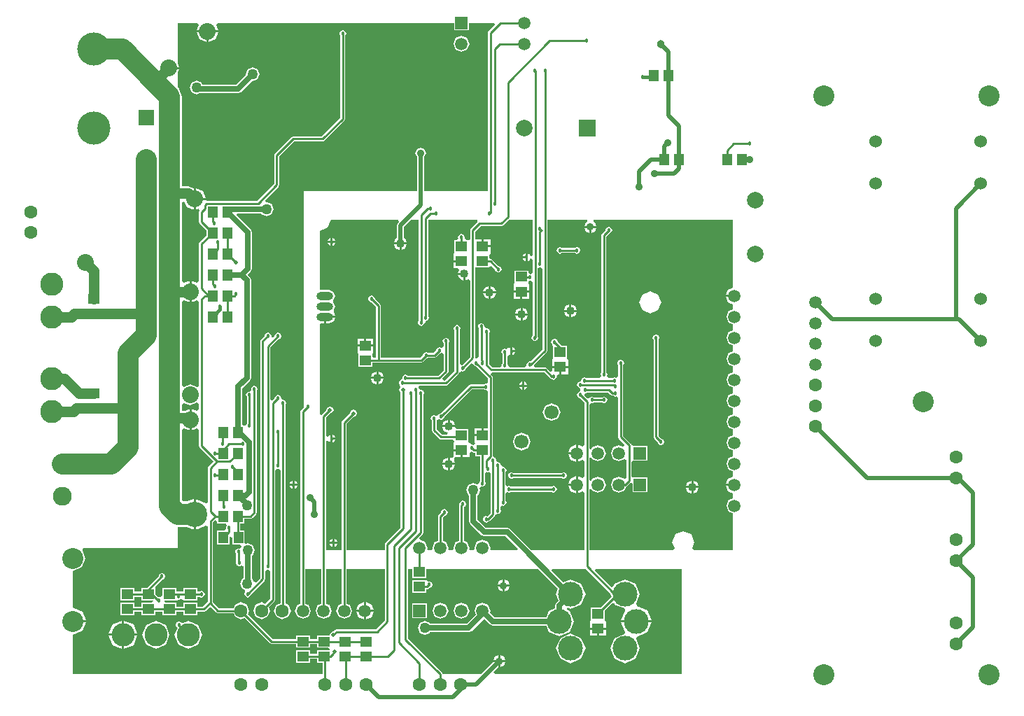
<source format=gbl>
%FSLAX25Y25*%
%MOIN*%
G70*
G01*
G75*
G04 Layer_Physical_Order=2*
G04 Layer_Color=16711680*
%ADD10R,0.07874X0.03937*%
%ADD11R,0.04724X0.05512*%
G04:AMPARAMS|DCode=12|XSize=9.84mil|YSize=61.02mil|CornerRadius=0mil|HoleSize=0mil|Usage=FLASHONLY|Rotation=225.000|XOffset=0mil|YOffset=0mil|HoleType=Round|Shape=Round|*
%AMOVALD12*
21,1,0.05118,0.00984,0.00000,0.00000,315.0*
1,1,0.00984,-0.01810,0.01810*
1,1,0.00984,0.01810,-0.01810*
%
%ADD12OVALD12*%

G04:AMPARAMS|DCode=13|XSize=9.84mil|YSize=61.02mil|CornerRadius=0mil|HoleSize=0mil|Usage=FLASHONLY|Rotation=135.000|XOffset=0mil|YOffset=0mil|HoleType=Round|Shape=Round|*
%AMOVALD13*
21,1,0.05118,0.00984,0.00000,0.00000,225.0*
1,1,0.00984,0.01810,0.01810*
1,1,0.00984,-0.01810,-0.01810*
%
%ADD13OVALD13*%

%ADD14R,0.09449X0.03937*%
%ADD15R,0.09449X0.12992*%
%ADD16R,0.07087X0.03543*%
%ADD17R,0.23228X0.21654*%
%ADD18R,0.06693X0.06693*%
%ADD19R,0.20276X0.09252*%
%ADD20R,0.07992X0.08976*%
G04:AMPARAMS|DCode=21|XSize=11.81mil|YSize=59.06mil|CornerRadius=2.95mil|HoleSize=0mil|Usage=FLASHONLY|Rotation=0.000|XOffset=0mil|YOffset=0mil|HoleType=Round|Shape=RoundedRectangle|*
%AMROUNDEDRECTD21*
21,1,0.01181,0.05315,0,0,0.0*
21,1,0.00591,0.05906,0,0,0.0*
1,1,0.00591,0.00295,-0.02658*
1,1,0.00591,-0.00295,-0.02658*
1,1,0.00591,-0.00295,0.02658*
1,1,0.00591,0.00295,0.02658*
%
%ADD21ROUNDEDRECTD21*%
G04:AMPARAMS|DCode=22|XSize=11.81mil|YSize=59.06mil|CornerRadius=2.95mil|HoleSize=0mil|Usage=FLASHONLY|Rotation=90.000|XOffset=0mil|YOffset=0mil|HoleType=Round|Shape=RoundedRectangle|*
%AMROUNDEDRECTD22*
21,1,0.01181,0.05315,0,0,90.0*
21,1,0.00591,0.05906,0,0,90.0*
1,1,0.00591,0.02658,0.00295*
1,1,0.00591,0.02658,-0.00295*
1,1,0.00591,-0.02658,-0.00295*
1,1,0.00591,-0.02658,0.00295*
%
%ADD22ROUNDEDRECTD22*%
%ADD23R,0.03937X0.11417*%
%ADD24R,0.40945X0.31496*%
%ADD25R,0.05512X0.04724*%
%ADD26O,0.09843X0.02756*%
%ADD27O,0.08858X0.02362*%
%ADD28R,0.02362X0.04528*%
%ADD29R,0.08465X0.11221*%
%ADD30R,0.04528X0.02362*%
%ADD31R,0.06693X0.06693*%
%ADD32R,0.09252X0.20276*%
%ADD33R,0.11221X0.08465*%
%ADD34R,0.19685X0.31496*%
%ADD35C,0.02000*%
%ADD36C,0.02500*%
%ADD37C,0.01000*%
%ADD38C,0.01500*%
%ADD39C,0.10000*%
%ADD40C,0.05000*%
%ADD41C,0.06299*%
%ADD42C,0.05906*%
%ADD43C,0.06000*%
%ADD44C,0.10000*%
%ADD45C,0.06693*%
%ADD46C,0.09000*%
%ADD47C,0.11000*%
%ADD48C,0.15748*%
%ADD49C,0.11811*%
%ADD50R,0.05906X0.05906*%
%ADD51C,0.07874*%
%ADD52R,0.05906X0.05906*%
%ADD53O,0.07874X0.03937*%
%ADD54O,0.07874X0.03937*%
%ADD55R,0.07874X0.07874*%
%ADD56R,0.07284X0.07284*%
%ADD57C,0.07284*%
%ADD58C,0.00100*%
%ADD59C,0.05000*%
%ADD60C,0.01800*%
%ADD61C,0.02000*%
%ADD62C,0.08000*%
%ADD63C,0.03800*%
%ADD64C,0.03500*%
%ADD65C,0.04000*%
%ADD66C,0.12000*%
G36*
X230588Y167490D02*
X230852Y166852D01*
X231897Y166419D01*
X237665Y160651D01*
Y158781D01*
X236834Y158226D01*
X236614Y158317D01*
X235569Y157884D01*
X229493D01*
X228651Y157535D01*
X215097Y143981D01*
X214052Y143548D01*
X213936Y143267D01*
X213743Y143140D01*
X213148Y142748D01*
X212713Y142928D01*
X212000Y143224D01*
X210852Y142748D01*
X210376Y141600D01*
X210809Y140555D01*
Y136000D01*
X211158Y135158D01*
X214358Y131958D01*
X215200Y131609D01*
X220937D01*
X221364Y131182D01*
X221644Y130653D01*
X221244Y129819D01*
Y129815D01*
X221244Y129747D01*
Y126957D01*
X225000D01*
Y126457D01*
X225500D01*
Y123094D01*
X228756D01*
Y125336D01*
X229756Y126004D01*
X229819Y125978D01*
X230182Y125615D01*
X231024Y125266D01*
X231644D01*
Y123495D01*
X233809D01*
Y111714D01*
X233376Y110669D01*
X232539Y110078D01*
X230709Y110836D01*
X228336Y109853D01*
X227353Y107480D01*
X228336Y105108D01*
X228706Y104954D01*
Y92520D01*
X229293Y91104D01*
X234411Y85986D01*
X234826Y85814D01*
X235827Y85399D01*
X246021D01*
X251756Y79664D01*
X251373Y78740D01*
X239224D01*
X238668Y79572D01*
X238845Y80000D01*
X237719Y82719D01*
X235000Y83846D01*
X232281Y82719D01*
X231154Y80000D01*
X231332Y79572D01*
X230776Y78740D01*
X229224D01*
X228668Y79572D01*
X228846Y80000D01*
X227719Y82719D01*
X226191Y83352D01*
Y99421D01*
X226748Y99652D01*
X227224Y100800D01*
X226748Y101948D01*
X225600Y102424D01*
X224452Y101948D01*
X223976Y100800D01*
X224017Y100702D01*
X223809Y100200D01*
Y83352D01*
X222281Y82719D01*
X221154Y80000D01*
X221332Y79572D01*
X220776Y78740D01*
X219224D01*
X218668Y79572D01*
X218846Y80000D01*
X217719Y82719D01*
X216191Y83352D01*
Y94507D01*
X216903Y95219D01*
X217948Y95652D01*
X218424Y96800D01*
X217948Y97948D01*
X216800Y98424D01*
X215652Y97948D01*
X215219Y96903D01*
X214158Y95842D01*
X213809Y95000D01*
Y83352D01*
X212281Y82719D01*
X211155Y80000D01*
X211332Y79572D01*
X210776Y78740D01*
X209224D01*
X208668Y79572D01*
X208845Y80000D01*
X207719Y82719D01*
X205243Y83745D01*
X204853Y84769D01*
X206442Y86358D01*
X206791Y87200D01*
Y152555D01*
X207224Y153600D01*
X206748Y154748D01*
X205600Y155224D01*
X204546Y155869D01*
X204405Y156209D01*
X204793Y157209D01*
Y157209D01*
X217600D01*
X218442Y157558D01*
X223734Y162851D01*
X224031Y163566D01*
X224093Y163698D01*
X225083Y164190D01*
X225600Y163976D01*
X226748Y164452D01*
X227181Y165497D01*
X229452Y167769D01*
X230588Y167490D01*
D02*
G37*
G36*
X232733Y235340D02*
X232737Y235221D01*
X229558Y232042D01*
X229209Y231200D01*
Y226859D01*
X228356Y226505D01*
X228209Y226505D01*
X227188D01*
X226520Y227505D01*
X226624Y227756D01*
X226148Y228904D01*
X225000Y229380D01*
X223852Y228904D01*
X223376Y227756D01*
X223480Y227505D01*
X222812Y226505D01*
X221644D01*
Y220819D01*
X221644Y220653D01*
X221244Y219819D01*
Y219815D01*
X221244Y219747D01*
Y216957D01*
X225000D01*
Y215957D01*
X221244D01*
Y213094D01*
X223196D01*
X223855Y212094D01*
X223360Y210900D01*
X226400D01*
Y210400D01*
X226900D01*
Y207360D01*
X228209Y207902D01*
X229209Y207311D01*
Y170893D01*
X225497Y167181D01*
X225083Y167009D01*
X224083Y167678D01*
Y183447D01*
X224516Y184493D01*
X224041Y185641D01*
X222892Y186116D01*
X221744Y185641D01*
X221269Y184493D01*
X221702Y183447D01*
Y164186D01*
X217213Y159696D01*
X216360Y159792D01*
X215998Y160714D01*
X218442Y163158D01*
X218791Y164000D01*
Y177355D01*
X219224Y178400D01*
X218748Y179548D01*
X217600Y180024D01*
X216452Y179548D01*
X215976Y178400D01*
X216409Y177355D01*
Y175776D01*
X215409Y175290D01*
X214567Y175639D01*
X213419Y175164D01*
X212986Y174118D01*
X211712Y172844D01*
X209313D01*
X208268Y173277D01*
X207120Y172802D01*
X206687Y171756D01*
X205378Y170447D01*
X186624D01*
Y195276D01*
X186377Y195871D01*
X186275Y196117D01*
X183746Y198646D01*
X183313Y199691D01*
X182165Y200167D01*
X181017Y199691D01*
X180542Y198543D01*
X181017Y197395D01*
X182063Y196962D01*
X184242Y194782D01*
Y170497D01*
X183242Y170468D01*
X182556Y171154D01*
Y171981D01*
X182556Y172147D01*
X182956Y172981D01*
Y172985D01*
X182956Y173053D01*
Y175843D01*
X175444D01*
Y173053D01*
X175444Y172985D01*
Y172981D01*
X175844Y172147D01*
X175844Y171981D01*
Y166295D01*
X182556D01*
Y168066D01*
X205871D01*
X206713Y168415D01*
X208370Y170072D01*
X209313Y170463D01*
X212205D01*
X213047Y170812D01*
X214670Y172435D01*
X215409Y172741D01*
X216409Y172256D01*
Y164493D01*
X213907Y161991D01*
X199445D01*
X198400Y162424D01*
X197252Y161948D01*
X196776Y160800D01*
X196131Y159746D01*
X195652Y159548D01*
X195176Y158400D01*
X195595Y157389D01*
X195880Y156425D01*
X195373Y155200D01*
X195880Y153975D01*
X195914Y153961D01*
Y89598D01*
X188758Y82442D01*
X188409Y81600D01*
Y78740D01*
X170403D01*
Y139119D01*
X173566Y142282D01*
X173600Y142268D01*
X174825Y142775D01*
X175332Y144000D01*
X174825Y145225D01*
X173600Y145732D01*
X172375Y145225D01*
X171868Y144000D01*
X171882Y143966D01*
X168371Y140454D01*
X168022Y139613D01*
Y78740D01*
X160561D01*
Y130794D01*
X161561Y130993D01*
X161746Y130546D01*
X162700Y130151D01*
Y132000D01*
Y133849D01*
X161746Y133454D01*
X161561Y133007D01*
X160561Y133206D01*
Y142077D01*
X162366Y143882D01*
X162400Y143868D01*
X163625Y144375D01*
X164132Y145600D01*
X163625Y146825D01*
X162400Y147332D01*
X161175Y146825D01*
X160668Y145600D01*
X160682Y145566D01*
X158528Y143412D01*
X158480Y143296D01*
X157480Y143495D01*
Y186419D01*
X158031Y186787D01*
X159500D01*
Y190000D01*
X160000D01*
Y190500D01*
X164974D01*
X164241Y192272D01*
X164092Y193416D01*
X164749Y195000D01*
X163934Y196966D01*
X163852Y197000D01*
Y198000D01*
X163934Y198034D01*
X164749Y200000D01*
X163934Y201966D01*
X161969Y202780D01*
X158031D01*
X157480Y203148D01*
Y230884D01*
X161254Y232447D01*
X162817Y236221D01*
X194865D01*
X195247Y235297D01*
X194775Y234825D01*
X194268Y233600D01*
Y227530D01*
X193704Y227296D01*
X192960Y225500D01*
X199040D01*
X198296Y227296D01*
X197732Y227530D01*
Y232883D01*
X201070Y236221D01*
X204650D01*
Y188245D01*
X204217Y187200D01*
X204692Y186052D01*
X205840Y185576D01*
X206988Y186052D01*
X207434Y187128D01*
X207769Y187641D01*
X208000Y187976D01*
X209148Y188452D01*
X209624Y189600D01*
X209191Y190645D01*
Y236221D01*
X232507D01*
X232733Y235340D01*
D02*
G37*
G36*
X258886Y219699D02*
X258376Y218910D01*
X257841Y218921D01*
X257454Y219854D01*
X256500Y220249D01*
Y218400D01*
Y216551D01*
X257454Y216946D01*
X257841Y217879D01*
X258376Y217890D01*
X258886Y217102D01*
Y210973D01*
X257886Y210305D01*
X257600Y210424D01*
X256899Y210892D01*
Y212017D01*
X250187D01*
Y206331D01*
X250187Y206165D01*
X249787Y205331D01*
Y205327D01*
X249787Y205259D01*
Y202468D01*
X257299D01*
Y205259D01*
X257299Y205327D01*
Y205331D01*
X256899Y206165D01*
X256899Y206331D01*
Y206708D01*
X257600Y207176D01*
X257886Y207295D01*
X258886Y206627D01*
Y181162D01*
X258852Y181148D01*
X258376Y180000D01*
X258852Y178852D01*
X260000Y178376D01*
X261148Y178852D01*
X261624Y180000D01*
X261267Y180861D01*
Y213146D01*
X262099Y213701D01*
X262400Y213576D01*
X262609Y213663D01*
X263609Y212995D01*
Y174531D01*
X257813Y168735D01*
X257600Y168824D01*
X256452Y168348D01*
X255976Y167200D01*
X256063Y166991D01*
X255395Y165991D01*
X247804D01*
X247249Y166822D01*
X247293Y166929D01*
X246860Y167974D01*
Y171325D01*
X247860Y171933D01*
X248300Y171751D01*
Y173600D01*
Y175449D01*
X247346Y175054D01*
X246105Y174671D01*
X245669Y174852D01*
X244521Y174376D01*
X244046Y173228D01*
X244479Y172183D01*
Y167974D01*
X244046Y166929D01*
X244090Y166822D01*
X243534Y165991D01*
X239693D01*
X238191Y167493D01*
Y181955D01*
X238624Y183000D01*
X238148Y184148D01*
X237000Y184624D01*
X236750Y184520D01*
X235984Y185285D01*
X236038Y185414D01*
X235562Y186562D01*
X234414Y187038D01*
X233266Y186562D01*
X232791Y185414D01*
X233224Y184369D01*
Y170911D01*
X232235Y170171D01*
X231684Y170328D01*
X231591Y170536D01*
Y212517D01*
X231644Y213494D01*
X232591Y213494D01*
X238356D01*
Y213854D01*
X239280Y214236D01*
X240938Y212578D01*
X241371Y211533D01*
X242519Y211057D01*
X243667Y211533D01*
X244143Y212681D01*
X243667Y213829D01*
X242622Y214262D01*
X239585Y217299D01*
X238743Y217647D01*
X238356Y218035D01*
Y219181D01*
X238356Y219347D01*
X238756Y220181D01*
Y220185D01*
X238756Y220253D01*
Y223043D01*
X235000D01*
Y223543D01*
X234500D01*
Y226905D01*
X231591D01*
Y230707D01*
X234093Y233209D01*
X244000D01*
X244842Y233558D01*
X247504Y236221D01*
X258886D01*
Y219699D01*
D02*
G37*
G36*
X330000Y20000D02*
X240756D01*
X240373Y20924D01*
X242500Y23051D01*
Y25500D01*
X240051D01*
X234551Y20000D01*
X215952D01*
X215787Y20399D01*
X215684Y20645D01*
X199591Y36739D01*
Y70000D01*
X201644D01*
Y65581D01*
X208356D01*
Y70000D01*
X261420D01*
X271027Y60393D01*
X270013Y57945D01*
X271246Y54968D01*
X270277Y53999D01*
X269690Y52583D01*
Y51212D01*
X266714Y49979D01*
X265481Y47002D01*
X240829D01*
X238549Y49283D01*
X238845Y50000D01*
X237719Y52719D01*
X235000Y53846D01*
X232281Y52719D01*
X231154Y50000D01*
X231924Y48142D01*
X227517Y43735D01*
X210006D01*
X209853Y44105D01*
X207480Y45088D01*
X205108Y44105D01*
X204125Y41732D01*
X205108Y39360D01*
X207480Y38377D01*
X209853Y39360D01*
X210006Y39730D01*
X228346D01*
X229762Y40316D01*
X235807Y46361D01*
X238584Y43584D01*
X240000Y42998D01*
X265481D01*
X266714Y40021D01*
X271693Y37958D01*
X276672Y40021D01*
X278734Y45000D01*
X276672Y49979D01*
X275305Y50545D01*
X275229Y51118D01*
X275688Y51470D01*
X277055Y50904D01*
X282034Y52966D01*
X284096Y57945D01*
X282034Y62924D01*
X277055Y64987D01*
X273549Y63534D01*
X268008Y69076D01*
X268390Y70000D01*
X284316D01*
X296041Y58276D01*
X295904Y57945D01*
X296435Y56662D01*
X291278Y51506D01*
X286644D01*
Y45819D01*
X286644Y45653D01*
X286244Y44819D01*
Y44815D01*
X286244Y44747D01*
Y41957D01*
X293756D01*
Y44747D01*
X293756Y44815D01*
Y44819D01*
X293356Y45653D01*
X293356Y45819D01*
Y50215D01*
X296785Y53644D01*
X297766Y53449D01*
X297966Y52966D01*
X302513Y51083D01*
X302920Y50444D01*
X302895Y49980D01*
X301040Y45500D01*
X315574D01*
X313592Y50285D01*
X308613Y52348D01*
X308103Y53398D01*
X309987Y57945D01*
X307924Y62924D01*
X302945Y64987D01*
X297966Y62924D01*
X297371Y61488D01*
X296391Y61293D01*
X288608Y69076D01*
X288990Y70000D01*
X330000D01*
Y20000D01*
D02*
G37*
G36*
X236614Y155069D02*
X236834Y155160D01*
X237665Y154605D01*
Y136906D01*
X235500D01*
Y133543D01*
X235000D01*
Y133043D01*
X231244D01*
Y130181D01*
X231244D01*
X231644Y129419D01*
X230644Y128883D01*
X229921Y129183D01*
X229756Y129114D01*
X228756Y129782D01*
Y129815D01*
Y129819D01*
X228356Y130653D01*
X228356Y130819D01*
Y136505D01*
X222710D01*
X222046Y137500D01*
X215960D01*
X216704Y135704D01*
X218426Y134991D01*
X218227Y133991D01*
X215693D01*
X213191Y136493D01*
Y140555D01*
X213264Y140733D01*
X214487Y141072D01*
X215200Y140776D01*
X216348Y141252D01*
X216781Y142297D01*
X229986Y155502D01*
X235569D01*
X236614Y155069D01*
D02*
G37*
G36*
X99990Y148611D02*
Y145842D01*
X98990Y145173D01*
X96500Y146205D01*
Y141000D01*
Y135795D01*
X98990Y136827D01*
X99990Y136159D01*
Y128602D01*
X100339Y127760D01*
X106955Y121144D01*
X104638Y118827D01*
X104290Y117985D01*
Y111144D01*
X104321Y111068D01*
Y101549D01*
X103358Y101358D01*
X98500Y103370D01*
Y96000D01*
Y88630D01*
X103358Y90642D01*
X104321Y90356D01*
Y54430D01*
X101882Y51991D01*
X99156D01*
Y53762D01*
X92444D01*
Y51991D01*
X89156D01*
Y53762D01*
X84068D01*
X84051Y53770D01*
X83513Y54762D01*
X83619Y54924D01*
X89156D01*
X89156Y54924D01*
Y54924D01*
X90156Y55322D01*
X90400Y55221D01*
X91444Y55653D01*
X92444Y55286D01*
X92444Y55286D01*
Y54924D01*
X99156D01*
Y56696D01*
X100105D01*
X101181Y56250D01*
X102329Y56726D01*
X102805Y57874D01*
X102329Y59022D01*
X101181Y59498D01*
X100166Y59077D01*
X99156D01*
Y60849D01*
X92444D01*
Y59077D01*
X89156D01*
Y60849D01*
X82444D01*
Y57108D01*
X81444Y56440D01*
X81000Y56624D01*
X80676Y56489D01*
X79156Y58009D01*
Y60849D01*
X79156Y60849D01*
X79156D01*
X79441Y61758D01*
X82503Y64819D01*
X83548Y65252D01*
X84024Y66400D01*
X83548Y67548D01*
X82400Y68024D01*
X81252Y67548D01*
X80819Y66503D01*
X75165Y60849D01*
X72444D01*
Y59077D01*
X69156D01*
Y60849D01*
X62444D01*
Y54924D01*
X69156D01*
Y56696D01*
X72444D01*
Y54924D01*
X78020D01*
X78128Y54762D01*
X77594Y53762D01*
X72444D01*
Y51991D01*
X69156D01*
Y53762D01*
X62444D01*
Y47838D01*
X69156D01*
Y49609D01*
X72444D01*
Y47838D01*
X79156D01*
Y49609D01*
X82444D01*
Y47838D01*
X89156D01*
Y49609D01*
X92444D01*
Y47838D01*
X99156D01*
Y49609D01*
X102375D01*
X103217Y49958D01*
X104787Y51529D01*
X105787D01*
X108158Y49158D01*
X109000Y48809D01*
X116435D01*
X117130Y47130D01*
X120000Y45941D01*
X121679Y46637D01*
X133815Y34501D01*
X134657Y34153D01*
X146244D01*
Y32381D01*
X152956D01*
Y34153D01*
X156244D01*
Y32381D01*
X161664D01*
X162247Y31381D01*
X162155Y31219D01*
X156244D01*
Y29447D01*
X152956D01*
Y31219D01*
X146244D01*
Y25295D01*
X152956D01*
Y27066D01*
X156244D01*
Y25295D01*
X158809D01*
Y20000D01*
X40000D01*
Y38506D01*
X44592Y40408D01*
X46287Y44500D01*
X40000D01*
Y45500D01*
X46287D01*
X44592Y49592D01*
X40000Y51494D01*
Y68939D01*
X44286Y70714D01*
X46061Y75000D01*
X44405Y79000D01*
X44879Y80000D01*
X90000D01*
Y89939D01*
X94342D01*
X97500Y88630D01*
Y96000D01*
Y103370D01*
X94342Y102061D01*
X92511D01*
X92061Y102511D01*
Y136137D01*
X93061Y136805D01*
X95500Y135795D01*
Y141000D01*
Y146205D01*
X93449Y145355D01*
X92061D01*
Y148238D01*
X93061Y148906D01*
X95787Y147777D01*
X98990Y149104D01*
X99990Y148611D01*
D02*
G37*
G36*
X354331Y204001D02*
X351975Y203025D01*
X350929Y200500D01*
X355000D01*
Y199500D01*
X350929D01*
X351975Y196975D01*
X354331Y195999D01*
Y193568D01*
X352281Y192719D01*
X351154Y190000D01*
X352281Y187281D01*
X354331Y186432D01*
Y183568D01*
X352281Y182719D01*
X351154Y180000D01*
X352281Y177281D01*
X354331Y176432D01*
Y173568D01*
X352281Y172719D01*
X351154Y170000D01*
X352281Y167281D01*
X354331Y166432D01*
Y163568D01*
X352281Y162719D01*
X351154Y160000D01*
X352281Y157281D01*
X354331Y156432D01*
Y153568D01*
X352281Y152719D01*
X351154Y150000D01*
X352281Y147281D01*
X354331Y146432D01*
Y143568D01*
X352281Y142719D01*
X351154Y140000D01*
X352281Y137281D01*
X354331Y136432D01*
Y133568D01*
X352281Y132719D01*
X351154Y130000D01*
X352281Y127281D01*
X354331Y126432D01*
Y123568D01*
X352281Y122719D01*
X351154Y120000D01*
X352281Y117281D01*
X354331Y116432D01*
Y114001D01*
X351975Y113025D01*
X350929Y110500D01*
X355000D01*
Y109500D01*
X350929D01*
X351975Y106975D01*
X354331Y105999D01*
Y103568D01*
X352281Y102719D01*
X351154Y100000D01*
X352281Y97281D01*
X354331Y96432D01*
Y78740D01*
X335497D01*
X334829Y79740D01*
X336046Y82677D01*
X334483Y86451D01*
X330709Y88014D01*
X326935Y86451D01*
X325372Y82677D01*
X326588Y79740D01*
X325920Y78740D01*
X285991D01*
Y107782D01*
X286991Y107982D01*
X287281Y107281D01*
X290000Y106155D01*
X292719Y107281D01*
X293846Y110000D01*
X292719Y112719D01*
X290000Y113846D01*
X287281Y112719D01*
X286991Y112019D01*
X285991Y112217D01*
Y122783D01*
X286991Y122982D01*
X287281Y122281D01*
X290000Y121154D01*
X292719Y122281D01*
X293846Y125000D01*
X292719Y127719D01*
X290000Y128846D01*
X287281Y127719D01*
X286991Y127018D01*
X285991Y127217D01*
Y148195D01*
X286991Y148863D01*
X287200Y148776D01*
X288245Y149209D01*
X291755D01*
X292800Y148776D01*
X293948Y149252D01*
X294424Y150400D01*
X293948Y151548D01*
X292800Y152024D01*
X291755Y151591D01*
X288245D01*
X287200Y152024D01*
X286052Y151548D01*
X285952Y151307D01*
X284971Y151112D01*
X283702Y152382D01*
X283713Y152653D01*
X284000Y153576D01*
X285045Y154009D01*
X294707D01*
X295958Y152758D01*
X296800Y152409D01*
X297355D01*
X298400Y151976D01*
X298609Y152063D01*
X299609Y151395D01*
Y132800D01*
X299958Y131958D01*
X302956Y128960D01*
X302905Y128725D01*
X301749Y128121D01*
X300000Y128846D01*
X297281Y127719D01*
X296154Y125000D01*
X297281Y122281D01*
X300000Y121154D01*
X302609Y122235D01*
X303609Y121864D01*
Y113136D01*
X302609Y112765D01*
X300000Y113846D01*
X297281Y112719D01*
X296154Y110000D01*
X297281Y107281D01*
X300000Y106155D01*
X302719Y107281D01*
X303467Y109086D01*
X303642Y109158D01*
X305447Y110963D01*
X306357Y110713D01*
X306447Y110657D01*
Y106447D01*
X313553D01*
Y113553D01*
X306991D01*
X306447Y113553D01*
X305991Y114364D01*
Y120636D01*
X306447Y121447D01*
X306991Y121447D01*
X313553D01*
Y128553D01*
X306991D01*
X306914D01*
X306299Y128718D01*
X305791Y129281D01*
X305744Y129395D01*
X305642Y129642D01*
X301991Y133293D01*
Y166955D01*
X302424Y168000D01*
X301948Y169148D01*
X300800Y169624D01*
X299652Y169148D01*
X299176Y168000D01*
X299609Y166955D01*
Y161593D01*
X298609Y160971D01*
X298000Y161224D01*
X296955Y160791D01*
X294793D01*
X294171Y161791D01*
X294424Y162400D01*
X293991Y163445D01*
Y228307D01*
X295303Y229619D01*
X296348Y230052D01*
X296824Y231200D01*
X296348Y232348D01*
X295200Y232824D01*
X294052Y232348D01*
X293619Y231303D01*
X291958Y229642D01*
X291609Y228800D01*
Y163445D01*
X291176Y162400D01*
X291429Y161791D01*
X290807Y160791D01*
X284645D01*
X283600Y161224D01*
X282452Y160748D01*
X281976Y159600D01*
X281600Y159224D01*
X280452Y158748D01*
X279976Y157600D01*
X280452Y156452D01*
X281600Y155976D01*
X281687Y155200D01*
X281600Y154424D01*
X280452Y153948D01*
X279976Y152800D01*
X280452Y151652D01*
X281497Y151219D01*
X283609Y149107D01*
Y128748D01*
X282609Y128198D01*
X280500Y129071D01*
Y125000D01*
Y120929D01*
X282609Y121802D01*
X283609Y121252D01*
Y113748D01*
X282609Y113198D01*
X280500Y114071D01*
Y110000D01*
Y105929D01*
X282609Y106802D01*
X283609Y106252D01*
Y78740D01*
X258344D01*
X248266Y88818D01*
X246850Y89404D01*
X236656D01*
X232711Y93349D01*
Y104954D01*
X233081Y105108D01*
X234064Y107480D01*
X233629Y108531D01*
X234394Y109297D01*
X235000Y109046D01*
X236148Y109521D01*
X236624Y110669D01*
X236191Y111714D01*
Y115478D01*
X237191Y116146D01*
X237600Y115976D01*
X237809Y116063D01*
X238809Y115395D01*
Y96493D01*
X237323Y95007D01*
X236800Y95224D01*
X235652Y94748D01*
X235176Y93600D01*
X235652Y92452D01*
X236800Y91976D01*
X237948Y92452D01*
X237999Y92575D01*
X238442Y92758D01*
X240842Y95158D01*
X240995Y95528D01*
X241191Y96000D01*
X242191Y96063D01*
X242400Y95976D01*
X243548Y96452D01*
X244024Y97600D01*
X243591Y98645D01*
Y99395D01*
X244591Y100063D01*
X244800Y99976D01*
X245948Y100452D01*
X246424Y101600D01*
X245991Y102645D01*
Y105919D01*
X246991Y106518D01*
X247638Y106250D01*
X248683Y106683D01*
X267852D01*
X268898Y106250D01*
X270046Y106726D01*
X270521Y107874D01*
X270046Y109022D01*
X268898Y109498D01*
X267852Y109065D01*
X248683D01*
X247638Y109498D01*
X246991Y109230D01*
X245991Y109829D01*
Y115755D01*
X246424Y116800D01*
X245948Y117948D01*
X244800Y118424D01*
X244781Y118416D01*
X244016Y119181D01*
X244024Y119200D01*
X243548Y120348D01*
X242400Y120824D01*
X242381Y120816D01*
X241616Y121581D01*
X241624Y121600D01*
X241148Y122748D01*
X240817Y122885D01*
X240047Y123639D01*
Y161144D01*
X239698Y161986D01*
X238998Y162686D01*
X239011Y162744D01*
X239489Y163609D01*
X264307D01*
X267158Y160758D01*
X267601Y160575D01*
X267652Y160452D01*
X268800Y159976D01*
X269948Y160452D01*
X270424Y161600D01*
X270315Y161863D01*
X270870Y162695D01*
X271500D01*
Y165557D01*
X268244D01*
Y164346D01*
X267320Y163964D01*
X265642Y165642D01*
X264800Y165991D01*
X259851D01*
X259436Y166991D01*
X265642Y173196D01*
X265991Y174038D01*
Y231863D01*
X265986Y231874D01*
Y236221D01*
X284858D01*
X285057Y235221D01*
X284295Y234905D01*
X283630Y233300D01*
X289170D01*
X288505Y234905D01*
X287743Y235221D01*
X287942Y236221D01*
X354331D01*
Y204001D01*
D02*
G37*
G36*
X240992Y329076D02*
X237958Y326042D01*
X237609Y325200D01*
Y250000D01*
X207332D01*
Y266174D01*
X207399Y266201D01*
X208144Y268000D01*
X207399Y269799D01*
X205600Y270544D01*
X203801Y269799D01*
X203056Y268000D01*
X203801Y266201D01*
X203868Y266174D01*
Y250000D01*
X150000D01*
Y146884D01*
X148686Y145570D01*
X148337Y144728D01*
Y53352D01*
X146808Y52719D01*
X145682Y50000D01*
X146808Y47281D01*
X149528Y46154D01*
X152247Y47281D01*
X153373Y50000D01*
X152247Y52719D01*
X150718Y53352D01*
Y70000D01*
X158179D01*
Y53352D01*
X156651Y52719D01*
X155525Y50000D01*
X156651Y47281D01*
X159370Y46154D01*
X162089Y47281D01*
X163216Y50000D01*
X162089Y52719D01*
X160561Y53352D01*
Y70000D01*
X168022D01*
Y53352D01*
X166493Y52719D01*
X165367Y50000D01*
X166493Y47281D01*
X169213Y46154D01*
X171932Y47281D01*
X173058Y50000D01*
X171932Y52719D01*
X170403Y53352D01*
Y70000D01*
X188409D01*
Y45293D01*
X184307Y41191D01*
X165600D01*
X164758Y40842D01*
X164034Y40118D01*
X164000Y40132D01*
X162775Y39625D01*
X162268Y38400D01*
X162205Y38306D01*
X156244D01*
Y36534D01*
X152956D01*
Y38306D01*
X146244D01*
Y36534D01*
X135150D01*
X123363Y48321D01*
X124058Y50000D01*
X122870Y52870D01*
X120000Y54058D01*
X117130Y52870D01*
X116435Y51191D01*
X109493D01*
X106702Y53981D01*
Y92263D01*
X107494Y93055D01*
X108494Y92641D01*
Y91644D01*
X112841D01*
X112841Y91644D01*
X113209Y90644D01*
X112776Y89600D01*
X112960Y89156D01*
X112302Y88156D01*
X108695D01*
Y81444D01*
X114619D01*
Y85225D01*
X114781Y85334D01*
X115781Y84799D01*
Y81444D01*
X119468D01*
X120113Y80528D01*
X119938Y80013D01*
X118956Y79594D01*
X118740Y79683D01*
X117592Y79208D01*
X117117Y78060D01*
X117550Y77015D01*
Y73260D01*
X117658Y72997D01*
X117576Y72800D01*
X118052Y71652D01*
X119200Y71176D01*
X120226Y71601D01*
X121226Y71223D01*
X121226Y71223D01*
Y65394D01*
X120691Y65173D01*
X119708Y62800D01*
X120691Y60427D01*
X121775Y59978D01*
X121894Y59606D01*
X121991Y58806D01*
X121605Y57874D01*
X122080Y56726D01*
X123228Y56250D01*
X124376Y56726D01*
X124809Y57771D01*
X131242Y64204D01*
X131344Y64450D01*
X131591Y65046D01*
Y68995D01*
X132591Y69663D01*
X132800Y69576D01*
X133009Y69663D01*
X134009Y68995D01*
Y55851D01*
X131522Y53363D01*
X129842Y54058D01*
X126973Y52870D01*
X125784Y50000D01*
X126973Y47130D01*
X129842Y45941D01*
X132712Y47130D01*
X133901Y50000D01*
X133205Y51679D01*
X136042Y54516D01*
X136391Y55357D01*
Y116995D01*
X137391Y117663D01*
X137600Y117576D01*
X137809Y117663D01*
X138809Y116995D01*
Y53696D01*
X136815Y52870D01*
X135626Y50000D01*
X136815Y47130D01*
X139685Y45941D01*
X142555Y47130D01*
X143744Y50000D01*
X142555Y52870D01*
X141191Y53435D01*
Y147755D01*
X141624Y148800D01*
X141148Y149948D01*
X140000Y150424D01*
X139981Y150416D01*
X139216Y151181D01*
X139224Y151200D01*
X138748Y152348D01*
X137600Y152824D01*
X136452Y152348D01*
X136019Y151303D01*
X134991Y150274D01*
X133991Y150689D01*
Y175507D01*
X137703Y179219D01*
X138748Y179652D01*
X139224Y180800D01*
X138748Y181948D01*
X137600Y182424D01*
X136452Y181948D01*
X136019Y180903D01*
X135216Y180100D01*
X134368Y180666D01*
X134424Y180800D01*
X133948Y181948D01*
X132800Y182424D01*
X131652Y181948D01*
X131219Y180903D01*
X129558Y179242D01*
X129209Y178400D01*
Y65539D01*
X127199Y63529D01*
X126020Y63763D01*
X125436Y65173D01*
X125231Y65258D01*
Y76214D01*
X125601Y76367D01*
X126584Y78740D01*
X125601Y81112D01*
X123228Y82095D01*
X122537Y81809D01*
X121705Y82364D01*
Y82368D01*
Y88156D01*
X119734D01*
Y91644D01*
X121505D01*
Y93809D01*
X124600D01*
X125442Y94158D01*
X127220Y95936D01*
X127569Y96778D01*
Y154467D01*
X128001Y155512D01*
X127526Y156660D01*
X126378Y157135D01*
X125230Y156660D01*
X124754Y155512D01*
X124932Y155082D01*
X124167Y154317D01*
X124016Y154379D01*
X122868Y153904D01*
X122392Y152756D01*
X122825Y151711D01*
Y139234D01*
X122483Y138409D01*
X121546Y138358D01*
X121414Y138365D01*
X120546Y138453D01*
Y155903D01*
X124251Y159608D01*
X124837Y161024D01*
Y207402D01*
X124251Y208818D01*
X123068Y210000D01*
X124644Y211576D01*
X125231Y212992D01*
Y230315D01*
X124644Y231731D01*
X117963Y238412D01*
X118346Y239336D01*
X129561D01*
X129714Y238966D01*
X132087Y237983D01*
X134459Y238966D01*
X135442Y241339D01*
X134459Y243711D01*
X132087Y244694D01*
X132014Y244664D01*
X131447Y245512D01*
X137850Y251914D01*
X138198Y252756D01*
Y266436D01*
X145375Y273612D01*
X159055D01*
X159897Y273961D01*
X169346Y283410D01*
X169695Y284252D01*
Y323758D01*
X170127Y324803D01*
X169652Y325951D01*
X168504Y326427D01*
X167356Y325951D01*
X166880Y324803D01*
X167313Y323758D01*
Y284745D01*
X158562Y275994D01*
X144882D01*
X144040Y275645D01*
X136166Y267771D01*
X135817Y266929D01*
Y253249D01*
X127615Y245046D01*
X103977D01*
X103500Y245587D01*
X98413D01*
Y240882D01*
X99758Y241439D01*
X100317Y240638D01*
X100335Y240595D01*
X99990Y239764D01*
Y235276D01*
X100339Y234434D01*
X103495Y231278D01*
Y228722D01*
X100339Y225566D01*
X99990Y224724D01*
Y206841D01*
X98990Y206173D01*
X96500Y207205D01*
Y202000D01*
Y196795D01*
X98990Y197827D01*
X99990Y197159D01*
Y156901D01*
X98990Y156408D01*
X95787Y157735D01*
X93061Y156606D01*
X92061Y157274D01*
Y197137D01*
X93061Y197805D01*
X95500Y196795D01*
Y202000D01*
Y207205D01*
X93061Y206195D01*
X92061Y206863D01*
Y244536D01*
X93061Y244735D01*
X94087Y242260D01*
X97413Y240882D01*
Y246087D01*
Y251332D01*
X97373Y251373D01*
X95000Y252355D01*
X92061D01*
Y295000D01*
X90286Y299286D01*
X90286Y299286D01*
X90000Y299572D01*
Y306404D01*
X90630Y307925D01*
X85425D01*
Y308925D01*
X90630D01*
X90000Y310446D01*
Y330000D01*
X99163D01*
X99831Y329000D01*
X98795Y326500D01*
X109205D01*
X108169Y329000D01*
X108837Y330000D01*
X221447D01*
Y326447D01*
X228553D01*
Y330000D01*
X240610D01*
X240992Y329076D01*
D02*
G37*
%LPC*%
G36*
X146849Y109500D02*
X145500D01*
Y108151D01*
X146454Y108546D01*
X146849Y109500D01*
D02*
G37*
G36*
X144500D02*
X143151D01*
X143546Y108546D01*
X144500Y108151D01*
Y109500D01*
D02*
G37*
G36*
X334500Y112040D02*
X332704Y111296D01*
X331960Y109500D01*
X334500D01*
Y112040D01*
D02*
G37*
G36*
X144500Y111849D02*
X143546Y111454D01*
X143151Y110500D01*
X144500D01*
Y111849D01*
D02*
G37*
G36*
X335500Y112040D02*
Y109500D01*
X338040D01*
X337296Y111296D01*
X335500Y112040D01*
D02*
G37*
G36*
X338040Y108500D02*
X335500D01*
Y105960D01*
X337296Y106704D01*
X338040Y108500D01*
D02*
G37*
G36*
X163500Y84249D02*
X162546Y83854D01*
X162151Y82900D01*
X163500D01*
Y84249D01*
D02*
G37*
G36*
X165849Y81900D02*
X164500D01*
Y80551D01*
X165454Y80946D01*
X165849Y81900D01*
D02*
G37*
G36*
X163500D02*
X162151D01*
X162546Y80946D01*
X163500Y80551D01*
Y81900D01*
D02*
G37*
G36*
X334500Y108500D02*
X331960D01*
X332704Y106704D01*
X334500Y105960D01*
Y108500D01*
D02*
G37*
G36*
X279500Y109500D02*
X275929D01*
X276975Y106975D01*
X279500Y105929D01*
Y109500D01*
D02*
G37*
G36*
X164500Y84249D02*
Y82900D01*
X165849D01*
X165454Y83854D01*
X164500Y84249D01*
D02*
G37*
G36*
X253729Y134801D02*
X250708Y133549D01*
X249457Y130529D01*
X250708Y127508D01*
X253729Y126257D01*
X256749Y127508D01*
X258000Y130529D01*
X256749Y133549D01*
X253729Y134801D01*
D02*
G37*
G36*
X279500Y129071D02*
X276975Y128025D01*
X275929Y125500D01*
X279500D01*
Y129071D01*
D02*
G37*
G36*
X224500Y125957D02*
X221244D01*
X221244Y123863D01*
Y123839D01*
Y123839D01*
Y123563D01*
X221244Y123489D01*
Y123400D01*
X221231Y123388D01*
X221229Y123386D01*
X221208Y123368D01*
X221199Y123359D01*
X220599Y122814D01*
X219664Y122972D01*
X219500Y123040D01*
Y120500D01*
X222040D01*
X221696Y121330D01*
X221433Y122221D01*
X221734Y122928D01*
X221746Y122958D01*
X221777Y123030D01*
X221804Y123094D01*
X221836D01*
X222117Y123094D01*
X222122D01*
X222122D01*
X224500D01*
Y125957D01*
D02*
G37*
G36*
X163700Y133849D02*
Y132500D01*
X165049D01*
X164654Y133454D01*
X163700Y133849D01*
D02*
G37*
G36*
X165049Y131500D02*
X163700D01*
Y130151D01*
X164654Y130546D01*
X165049Y131500D01*
D02*
G37*
G36*
X317600Y181624D02*
X316452Y181148D01*
X315976Y180000D01*
X316409Y178955D01*
Y132800D01*
X316758Y131958D01*
X318419Y130297D01*
X318852Y129252D01*
X320000Y128776D01*
X321148Y129252D01*
X321624Y130400D01*
X321148Y131548D01*
X320103Y131981D01*
X318791Y133293D01*
Y178955D01*
X319224Y180000D01*
X318748Y181148D01*
X317600Y181624D01*
D02*
G37*
G36*
X279500Y124500D02*
X275929D01*
X276975Y121975D01*
X279500Y120929D01*
Y124500D01*
D02*
G37*
G36*
X273600Y116024D02*
X272555Y115591D01*
X249845D01*
X248800Y116024D01*
X247652Y115548D01*
X247176Y114400D01*
X247652Y113252D01*
X248800Y112776D01*
X249845Y113209D01*
X272555D01*
X273600Y112776D01*
X274748Y113252D01*
X275224Y114400D01*
X274748Y115548D01*
X273600Y116024D01*
D02*
G37*
G36*
X279500Y114071D02*
X276975Y113025D01*
X275929Y110500D01*
X279500D01*
Y114071D01*
D02*
G37*
G36*
X145500Y111849D02*
Y110500D01*
X146849D01*
X146454Y111454D01*
X145500Y111849D01*
D02*
G37*
G36*
X218500Y123040D02*
X216704Y122296D01*
X215960Y120500D01*
X218500D01*
Y123040D01*
D02*
G37*
G36*
X222040Y119500D02*
X219500D01*
Y116960D01*
X221296Y117704D01*
X222040Y119500D01*
D02*
G37*
G36*
X218500D02*
X215960D01*
X216704Y117704D01*
X218500Y116960D01*
Y119500D01*
D02*
G37*
G36*
X289500Y40957D02*
X286244D01*
Y38094D01*
X289500D01*
Y40957D01*
D02*
G37*
G36*
X79409Y45146D02*
X74741Y43212D01*
X72807Y38543D01*
X74741Y33875D01*
X79409Y31941D01*
X84078Y33875D01*
X86012Y38543D01*
X84078Y43212D01*
X79409Y45146D01*
D02*
G37*
G36*
X70647Y38043D02*
X64319D01*
Y31715D01*
X68794Y33568D01*
X70647Y38043D01*
D02*
G37*
G36*
X64319Y45372D02*
Y39043D01*
X70647D01*
X68794Y43518D01*
X64319Y45372D01*
D02*
G37*
G36*
X63319D02*
X58844Y43518D01*
X56990Y39043D01*
X63319D01*
Y45372D01*
D02*
G37*
G36*
X293756Y40957D02*
X290500D01*
Y38094D01*
X293756D01*
Y40957D01*
D02*
G37*
G36*
X315574Y44500D02*
X301040D01*
X302895Y40020D01*
X302920Y39556D01*
X302513Y38917D01*
X297966Y37034D01*
X295904Y32055D01*
X297966Y27076D01*
X302945Y25013D01*
X307924Y27076D01*
X309987Y32055D01*
X308103Y36602D01*
X308613Y37652D01*
X313592Y39715D01*
X315574Y44500D01*
D02*
G37*
G36*
X277055Y39096D02*
X272076Y37034D01*
X270013Y32055D01*
X272076Y27076D01*
X277055Y25013D01*
X282034Y27076D01*
X284096Y32055D01*
X282034Y37034D01*
X277055Y39096D01*
D02*
G37*
G36*
X245770Y25500D02*
X243500D01*
Y23231D01*
X245105Y23895D01*
X245770Y25500D01*
D02*
G37*
G36*
X63319Y38043D02*
X56990D01*
X58844Y33568D01*
X63319Y31715D01*
Y38043D01*
D02*
G37*
G36*
X243500Y28769D02*
Y26500D01*
X245770D01*
X245105Y28105D01*
X243500Y28769D01*
D02*
G37*
G36*
X242500D02*
X240895Y28105D01*
X240230Y26500D01*
X242500D01*
Y28769D01*
D02*
G37*
G36*
X95000Y45146D02*
X91938Y43878D01*
X91699Y44455D01*
X90551Y44931D01*
X89403Y44455D01*
X88928Y43307D01*
X89403Y42159D01*
X89823Y41985D01*
X88397Y38543D01*
X90331Y33875D01*
X95000Y31941D01*
X99669Y33875D01*
X101603Y38543D01*
X99669Y43212D01*
X95000Y45146D01*
D02*
G37*
G36*
X244500Y61500D02*
X242231D01*
X242895Y59895D01*
X244500Y59231D01*
Y61500D01*
D02*
G37*
G36*
X208356Y64419D02*
X208356Y64419D01*
X201644D01*
Y58495D01*
X208356D01*
Y60266D01*
X208657D01*
X209499Y60615D01*
X209703Y60819D01*
X210748Y61252D01*
X211224Y62400D01*
X210748Y63548D01*
X209600Y64024D01*
X209356Y63923D01*
X208356Y64419D01*
Y64419D01*
D02*
G37*
G36*
X179555Y54071D02*
Y50500D01*
X183126D01*
X182080Y53025D01*
X179555Y54071D01*
D02*
G37*
G36*
X245500Y64770D02*
Y62500D01*
X247769D01*
X247105Y64105D01*
X245500Y64770D01*
D02*
G37*
G36*
X244500D02*
X242895Y64105D01*
X242231Y62500D01*
X244500D01*
Y64770D01*
D02*
G37*
G36*
X247769Y61500D02*
X245500D01*
Y59231D01*
X247105Y59895D01*
X247769Y61500D01*
D02*
G37*
G36*
X215000Y53846D02*
X212281Y52719D01*
X211155Y50000D01*
X212281Y47281D01*
X215000Y46154D01*
X217719Y47281D01*
X218846Y50000D01*
X217719Y52719D01*
X215000Y53846D01*
D02*
G37*
G36*
X183126Y49500D02*
X179555D01*
Y45929D01*
X182080Y46975D01*
X183126Y49500D01*
D02*
G37*
G36*
X178555D02*
X174984D01*
X176030Y46975D01*
X178555Y45929D01*
Y49500D01*
D02*
G37*
G36*
Y54071D02*
X176030Y53025D01*
X174984Y50500D01*
X178555D01*
Y54071D01*
D02*
G37*
G36*
X208553Y53553D02*
X201447D01*
Y46447D01*
X208553D01*
Y53553D01*
D02*
G37*
G36*
X225000Y53846D02*
X222281Y52719D01*
X221154Y50000D01*
X222281Y47281D01*
X225000Y46154D01*
X227719Y47281D01*
X228846Y50000D01*
X227719Y52719D01*
X225000Y53846D01*
D02*
G37*
G36*
X234500Y136906D02*
X231244D01*
Y134043D01*
X234500D01*
Y136906D01*
D02*
G37*
G36*
X257299Y201468D02*
X254043D01*
Y198606D01*
X257299D01*
Y201468D01*
D02*
G37*
G36*
X253043D02*
X249787D01*
Y198606D01*
X253043D01*
Y201468D01*
D02*
G37*
G36*
X241440Y201100D02*
X238900D01*
Y198560D01*
X240696Y199304D01*
X241440Y201100D01*
D02*
G37*
G36*
X225900Y209900D02*
X223360D01*
X224104Y208104D01*
X225900Y207360D01*
Y209900D01*
D02*
G37*
G36*
X238900Y204640D02*
Y202100D01*
X241440D01*
X240696Y203896D01*
X238900Y204640D01*
D02*
G37*
G36*
X237900D02*
X236104Y203896D01*
X235360Y202100D01*
X237900D01*
Y204640D01*
D02*
G37*
G36*
X254100Y194240D02*
Y191700D01*
X256640D01*
X255896Y193496D01*
X254100Y194240D01*
D02*
G37*
G36*
X253100D02*
X251304Y193496D01*
X250560Y191700D01*
X253100D01*
Y194240D01*
D02*
G37*
G36*
X314961Y202187D02*
X311187Y200624D01*
X309624Y196850D01*
X311187Y193077D01*
X314961Y191513D01*
X318734Y193077D01*
X320298Y196850D01*
X318734Y200624D01*
X314961Y202187D01*
D02*
G37*
G36*
X237900Y201100D02*
X235360D01*
X236104Y199304D01*
X237900Y198560D01*
Y201100D01*
D02*
G37*
G36*
X277300Y195840D02*
Y193300D01*
X279840D01*
X279096Y195096D01*
X277300Y195840D01*
D02*
G37*
G36*
X276300D02*
X274504Y195096D01*
X273760Y193300D01*
X276300D01*
Y195840D01*
D02*
G37*
G36*
X255500Y217900D02*
X254151D01*
X254546Y216946D01*
X255500Y216551D01*
Y217900D01*
D02*
G37*
G36*
X162700Y227449D02*
X161746Y227054D01*
X161351Y226100D01*
X162700D01*
Y227449D01*
D02*
G37*
G36*
X238756Y226905D02*
X235500D01*
Y224043D01*
X238756D01*
Y226905D01*
D02*
G37*
G36*
X165049Y225100D02*
X163700D01*
Y223751D01*
X164654Y224146D01*
X165049Y225100D01*
D02*
G37*
G36*
X289170Y232300D02*
X286900D01*
Y230030D01*
X288505Y230695D01*
X289170Y232300D01*
D02*
G37*
G36*
X285900D02*
X283630D01*
X284295Y230695D01*
X285900Y230030D01*
Y232300D01*
D02*
G37*
G36*
X163700Y227449D02*
Y226100D01*
X165049D01*
X164654Y227054D01*
X163700Y227449D01*
D02*
G37*
G36*
X195500Y224500D02*
X192960D01*
X193704Y222704D01*
X195500Y221960D01*
Y224500D01*
D02*
G37*
G36*
X98413Y251291D02*
Y246587D01*
X103118D01*
X101740Y249913D01*
X98413Y251291D01*
D02*
G37*
G36*
X255500Y220249D02*
X254546Y219854D01*
X254151Y218900D01*
X255500D01*
Y220249D01*
D02*
G37*
G36*
X162700Y225100D02*
X161351D01*
X161746Y224146D01*
X162700Y223751D01*
Y225100D01*
D02*
G37*
G36*
X280000Y223224D02*
X278955Y222791D01*
X273045D01*
X272000Y223224D01*
X270852Y222748D01*
X270376Y221600D01*
X270852Y220452D01*
X272000Y219976D01*
X273045Y220409D01*
X278955D01*
X280000Y219976D01*
X281148Y220452D01*
X281624Y221600D01*
X281148Y222748D01*
X280000Y223224D01*
D02*
G37*
G36*
X199040Y224500D02*
X196500D01*
Y221960D01*
X198296Y222704D01*
X199040Y224500D01*
D02*
G37*
G36*
X279840Y192300D02*
X277300D01*
Y189760D01*
X279096Y190504D01*
X279840Y192300D01*
D02*
G37*
G36*
X254898Y159049D02*
Y157700D01*
X256248D01*
X255852Y158654D01*
X254898Y159049D01*
D02*
G37*
G36*
X253898D02*
X252944Y158654D01*
X252549Y157700D01*
X253898D01*
Y159049D01*
D02*
G37*
G36*
X256248Y156700D02*
X254898D01*
Y155350D01*
X255852Y155746D01*
X256248Y156700D01*
D02*
G37*
G36*
X184500Y164040D02*
X182704Y163296D01*
X181960Y161500D01*
X184500D01*
Y164040D01*
D02*
G37*
G36*
X188040Y160500D02*
X185500D01*
Y157960D01*
X187296Y158704D01*
X188040Y160500D01*
D02*
G37*
G36*
X184500D02*
X181960D01*
X182704Y158704D01*
X184500Y157960D01*
Y160500D01*
D02*
G37*
G36*
X267871Y148943D02*
X264851Y147692D01*
X263599Y144671D01*
X264851Y141651D01*
X267871Y140400D01*
X270892Y141651D01*
X272143Y144671D01*
X270892Y147692D01*
X267871Y148943D01*
D02*
G37*
G36*
X219500Y141040D02*
Y138500D01*
X222040D01*
X221296Y140296D01*
X219500Y141040D01*
D02*
G37*
G36*
X218500D02*
X216704Y140296D01*
X215960Y138500D01*
X218500D01*
Y141040D01*
D02*
G37*
G36*
X253898Y156700D02*
X252549D01*
X252944Y155746D01*
X253898Y155350D01*
Y156700D01*
D02*
G37*
G36*
X103500Y325500D02*
X98795D01*
X100173Y322173D01*
X103500Y320795D01*
Y325500D01*
D02*
G37*
G36*
X109205D02*
X104500D01*
Y320795D01*
X107827Y322173D01*
X109205Y325500D01*
D02*
G37*
G36*
X185500Y164040D02*
Y161500D01*
X188040D01*
X187296Y163296D01*
X185500Y164040D01*
D02*
G37*
G36*
X164974Y189500D02*
X160500D01*
Y186787D01*
X161969D01*
X164241Y187728D01*
X164974Y189500D01*
D02*
G37*
G36*
X125591Y308867D02*
X123218Y307885D01*
X122235Y305512D01*
X122389Y305142D01*
X117675Y300428D01*
X101671D01*
X101191Y301585D01*
X98819Y302568D01*
X96446Y301585D01*
X95464Y299213D01*
X96446Y296840D01*
X98819Y295857D01*
X100184Y296423D01*
X118504D01*
X119920Y297009D01*
X125220Y302310D01*
X125591Y302156D01*
X127963Y303139D01*
X128946Y305512D01*
X127963Y307885D01*
X125591Y308867D01*
D02*
G37*
G36*
X182956Y179706D02*
X179700D01*
Y176843D01*
X182956D01*
Y179706D01*
D02*
G37*
G36*
X276300Y192300D02*
X273760D01*
X274504Y190504D01*
X276300Y189760D01*
Y192300D01*
D02*
G37*
G36*
X256640Y190700D02*
X254100D01*
Y188160D01*
X255896Y188904D01*
X256640Y190700D01*
D02*
G37*
G36*
X253100D02*
X250560D01*
X251304Y188904D01*
X253100Y188160D01*
Y190700D01*
D02*
G37*
G36*
X269291Y179576D02*
X268143Y179101D01*
X267668Y177953D01*
X267790Y177658D01*
X268143Y176805D01*
X268143Y176805D01*
X268644Y176012D01*
Y176012D01*
Y170419D01*
X268644Y170253D01*
X268244Y169419D01*
Y169415D01*
X268244Y169347D01*
Y166557D01*
X275756D01*
Y169347D01*
X275756Y169415D01*
Y169419D01*
X275356Y170253D01*
X275356Y170419D01*
Y176105D01*
X272822D01*
X270872Y178056D01*
X270439Y179101D01*
X269291Y179576D01*
D02*
G37*
G36*
X225000Y323846D02*
X222281Y322719D01*
X221154Y320000D01*
X222281Y317281D01*
X225000Y316155D01*
X227719Y317281D01*
X228846Y320000D01*
X227719Y322719D01*
X225000Y323846D01*
D02*
G37*
G36*
X275756Y165557D02*
X272500D01*
Y162695D01*
X275756D01*
Y165557D01*
D02*
G37*
G36*
X178700Y179706D02*
X175444D01*
Y176843D01*
X178700D01*
Y179706D01*
D02*
G37*
G36*
X249300Y175449D02*
Y174100D01*
X250649D01*
X250254Y175054D01*
X249300Y175449D01*
D02*
G37*
G36*
X250649Y173100D02*
X249300D01*
Y171751D01*
X250254Y172146D01*
X250649Y173100D01*
D02*
G37*
%LPD*%
D11*
X328543Y265000D02*
D03*
X321457D02*
D03*
X316457Y305000D02*
D03*
X323543D02*
D03*
X351457Y265000D02*
D03*
X358543D02*
D03*
X118543Y105000D02*
D03*
X111457D02*
D03*
X118543Y95000D02*
D03*
X111457D02*
D03*
X118743Y84800D02*
D03*
X111657D02*
D03*
X118543Y135000D02*
D03*
X111457D02*
D03*
X111457Y125000D02*
D03*
X118543D02*
D03*
X111457Y115000D02*
D03*
X118543D02*
D03*
X113543Y240000D02*
D03*
X106457D02*
D03*
X113543Y230000D02*
D03*
X106457D02*
D03*
X113543Y220000D02*
D03*
X106457D02*
D03*
X113543Y190000D02*
D03*
X106457D02*
D03*
X113543Y210000D02*
D03*
X106457D02*
D03*
X113543Y200000D02*
D03*
X106457D02*
D03*
D25*
X205000Y68543D02*
D03*
Y61457D02*
D03*
X65800Y57887D02*
D03*
Y50800D02*
D03*
X75800Y57887D02*
D03*
Y50800D02*
D03*
X95800Y57887D02*
D03*
Y50800D02*
D03*
X179600Y28257D02*
D03*
Y35343D02*
D03*
X149600Y28257D02*
D03*
Y35343D02*
D03*
X85800Y57887D02*
D03*
Y50800D02*
D03*
X169600Y28257D02*
D03*
Y35343D02*
D03*
X159600Y28257D02*
D03*
Y35343D02*
D03*
X290000Y48543D02*
D03*
Y41457D02*
D03*
X235000Y223543D02*
D03*
Y216457D02*
D03*
X225000Y126457D02*
D03*
Y133543D02*
D03*
X50000Y191457D02*
D03*
Y198543D02*
D03*
Y146457D02*
D03*
Y153543D02*
D03*
X179200Y169257D02*
D03*
Y176343D02*
D03*
X235000Y126457D02*
D03*
Y133543D02*
D03*
X272000Y173143D02*
D03*
Y166057D02*
D03*
X225000Y223543D02*
D03*
Y216457D02*
D03*
X253543Y209055D02*
D03*
Y201969D02*
D03*
D35*
X393638Y137795D02*
X418323Y113110D01*
X460567D01*
X393638Y196850D02*
X401512Y188976D01*
X462063D02*
X472378Y178661D01*
X460567Y188976D02*
Y241653D01*
X472378Y253465D01*
X460567Y188976D02*
X462063D01*
X401512D02*
X460567D01*
Y34370D02*
X468441Y42244D01*
Y65866D01*
X460567Y73740D02*
X468441Y65866D01*
X460567Y73740D02*
X468441Y81614D01*
Y106299D01*
X461630Y113110D02*
X468441Y106299D01*
X460567Y113110D02*
X461630D01*
X319764Y320000D02*
X323543Y316220D01*
Y305000D02*
Y316220D01*
Y285906D02*
Y305000D01*
Y285906D02*
X328543Y280906D01*
Y265000D02*
Y280906D01*
X316929Y258268D02*
X326378D01*
X328543Y260433D01*
Y265000D01*
X309600Y252000D02*
Y259200D01*
X315400Y265000D01*
X321457D01*
Y271057D01*
X323200Y272800D01*
X358543Y265000D02*
X362200D01*
X205600Y243200D02*
Y268000D01*
X196000Y233600D02*
X205600Y243200D01*
X196000Y225000D02*
Y233600D01*
X179685Y15000D02*
X185685Y9000D01*
X221000D01*
X224685Y12685D01*
Y15000D01*
X232000D01*
X243000Y26000D01*
X153000Y104000D02*
X155000Y102000D01*
Y96000D02*
Y102000D01*
D36*
X123063Y62800D02*
X123228Y62965D01*
Y78740D01*
X118504Y298425D02*
X125591Y305512D01*
X99606Y298425D02*
X118504D01*
X98819Y299213D02*
X99606Y298425D01*
X113543Y240000D02*
X123228Y230315D01*
Y212992D02*
Y230315D01*
X120236Y210000D02*
X123228Y212992D01*
X113543Y210000D02*
X120236D01*
X122835Y207402D01*
Y161024D02*
Y207402D01*
X118543Y156732D02*
X122835Y161024D01*
X118543Y135000D02*
Y156732D01*
X271693Y45000D02*
Y52583D01*
X277055Y57945D01*
X240000Y45000D02*
X271693D01*
X235000Y50000D02*
X240000Y45000D01*
X114882Y241339D02*
X132087D01*
X113543Y240000D02*
X114882Y241339D01*
X246850Y87402D02*
X276307Y57945D01*
X277055D01*
X230709Y92520D02*
Y107480D01*
Y92520D02*
X235827Y87402D01*
X246850D01*
X118543Y135000D02*
X119384D01*
X124028Y130356D01*
Y106705D02*
Y130356D01*
X122323Y105000D02*
X124028Y106705D01*
X118543Y105000D02*
X122323D01*
X118543D02*
X122778Y100765D01*
Y100315D02*
Y100765D01*
X207480Y41732D02*
X228346D01*
X235000Y48386D01*
Y50000D01*
D37*
X134657Y35343D02*
X149600D01*
X120000Y50000D02*
X134657Y35343D01*
X109000Y50000D02*
X120000D01*
X105512Y53488D02*
X109000Y50000D01*
X105512Y53488D02*
Y53937D01*
X79409Y38543D02*
X80000Y39134D01*
X75800Y57887D02*
Y59800D01*
X82400Y66400D01*
X106457Y235202D02*
Y240000D01*
Y235202D02*
X107229Y234429D01*
X106457Y205543D02*
Y210000D01*
Y205543D02*
X107571Y204429D01*
X118543Y115000D02*
Y115857D01*
X111657Y84800D02*
X114400Y87543D01*
Y89600D01*
X111457Y99743D02*
Y105000D01*
Y99743D02*
X111771Y99429D01*
X111371Y134914D02*
X111457Y135000D01*
X111371Y129429D02*
Y134914D01*
X267057Y321457D02*
X284657D01*
X247200Y301600D02*
X267057Y321457D01*
X247200Y237600D02*
Y301600D01*
X244000Y234400D02*
X247200Y237600D01*
X233600Y234400D02*
X244000D01*
X230400Y231200D02*
X233600Y234400D01*
X225600Y165600D02*
X230400Y170400D01*
X248800Y114400D02*
X273600D01*
X236800Y118400D02*
X237600Y117600D01*
X236800Y118400D02*
Y121583D01*
X238856Y123639D01*
Y161144D01*
X232000Y168000D02*
X238856Y161144D01*
X292800Y228800D02*
X295200Y231200D01*
X292800Y162400D02*
Y228800D01*
X287200Y150400D02*
X292800D01*
X298055Y57945D02*
X302945D01*
X290400Y48943D02*
X299402Y57945D01*
X284800Y71200D02*
X298055Y57945D01*
X284800Y71200D02*
Y149600D01*
X281600Y152800D02*
X284800Y149600D01*
X244800Y101600D02*
Y116800D01*
X225000Y100200D02*
X225600Y100800D01*
X225000Y80000D02*
Y100200D01*
X242400Y97600D02*
Y119200D01*
X215000Y95000D02*
X216800Y96800D01*
X215000Y80000D02*
Y95000D01*
X205000Y61457D02*
X208657D01*
X209600Y62400D01*
X236800Y93600D02*
X237600D01*
X240000Y96000D01*
Y121600D01*
X317600Y132800D02*
X320000Y130400D01*
X317600Y132800D02*
Y180000D01*
X296800Y153600D02*
X298400D01*
X295200Y155200D02*
X296800Y153600D01*
X284000Y155200D02*
X295200D01*
X297600Y157600D02*
X298400Y156800D01*
X281600Y157600D02*
X297600D01*
X283600Y159600D02*
X298000D01*
X257600Y167200D02*
X257962D01*
X264800Y164800D02*
X268000Y161600D01*
X239200Y164800D02*
X264800D01*
X268000Y161600D02*
X268800D01*
X205000Y68543D02*
Y80000D01*
X137600Y119200D02*
Y135200D01*
X135200Y55357D02*
Y148800D01*
X137600Y151200D01*
X299402Y57945D02*
X302945D01*
X260076Y180076D02*
Y307124D01*
X260000Y307200D02*
X260076Y307124D01*
X264795Y307195D02*
X264800Y307200D01*
X260000Y180000D02*
X260076Y180076D01*
X235000Y216457D02*
X238743D01*
X242519Y212681D01*
X113543Y220000D02*
Y230000D01*
Y220000D02*
X113600D01*
X111457Y125000D02*
Y126657D01*
X114400Y129600D01*
X196800Y158400D02*
X217600D01*
X222892Y163692D01*
Y184493D01*
X113543Y190000D02*
Y200000D01*
X116800D01*
X118543Y85000D02*
X118743Y84800D01*
X118543Y85000D02*
Y95000D01*
X124600D01*
X130400Y178400D02*
X132800Y180800D01*
Y176000D02*
X137600Y180800D01*
X132800Y71200D02*
Y176000D01*
X129842Y50000D02*
X135200Y55357D01*
X198400Y160800D02*
X214400D01*
X217600Y164000D01*
Y178400D01*
X243600Y330000D02*
X255000D01*
X238800Y325200D02*
X243600Y330000D01*
X238800Y239600D02*
Y325200D01*
X238400Y239200D02*
X238800Y239600D01*
X210400Y239200D02*
X212800D01*
X208000Y236800D02*
X210400Y239200D01*
X208000Y189600D02*
Y236800D01*
X243200Y320000D02*
X255000D01*
X240800Y317600D02*
X243200Y320000D01*
X240800Y244000D02*
Y317600D01*
X208800Y241600D02*
X210400D01*
X205840Y238640D02*
X208800Y241600D01*
X205840Y187200D02*
Y238640D01*
X65800Y57887D02*
X75800D01*
X300000Y110000D02*
X302800D01*
X304800Y112000D01*
Y128800D01*
X300800Y132800D02*
X304800Y128800D01*
X300800Y132800D02*
Y168000D01*
X215200Y132800D02*
X224257D01*
X212000Y136000D02*
X215200Y132800D01*
X212000Y136000D02*
Y141600D01*
X224257Y132800D02*
X225000Y133543D01*
X169600Y28257D02*
X179600D01*
X169843Y15000D02*
Y28014D01*
X160000Y15000D02*
Y27857D01*
X149600Y28257D02*
X159600D01*
X164000Y38400D02*
X165600Y40000D01*
X184800D01*
X189600Y44800D01*
Y81600D01*
X197105Y89105D01*
Y155200D01*
X200800Y88800D02*
Y153600D01*
X192800Y80800D02*
X200800Y88800D01*
X205600Y87200D02*
Y153600D01*
X198400Y80000D02*
X205600Y87200D01*
X203200Y88000D02*
Y155200D01*
X195200Y80000D02*
X203200Y88000D01*
X179600Y28257D02*
X189857D01*
X192800Y31200D01*
X169213Y139613D02*
X173600Y144000D01*
X159370Y142570D02*
X162400Y145600D01*
X169213Y50000D02*
Y139613D01*
X159370Y50000D02*
Y142570D01*
X149528Y50000D02*
Y144728D01*
X152000Y147200D01*
X139685Y50000D02*
X140000Y50315D01*
Y148800D01*
X351457Y265000D02*
Y269173D01*
X113600Y220000D02*
X117717Y215883D01*
X116800Y200000D02*
X117587Y200787D01*
X114400Y129600D02*
X120895D01*
X192800Y31200D02*
Y80800D01*
X124600Y95000D02*
X126378Y96778D01*
Y155512D01*
X124016Y138189D02*
Y152756D01*
X123228Y57874D02*
X130400Y65046D01*
Y178400D01*
X101169Y57887D02*
X101181Y57874D01*
X95800Y57887D02*
X101169D01*
X195200Y34721D02*
Y80000D01*
Y34721D02*
X205000Y24921D01*
Y15000D02*
Y24921D01*
X198400Y36246D02*
Y80000D01*
Y36246D02*
X214843Y19803D01*
Y15000D02*
Y19803D01*
X107677Y125000D02*
X111457D01*
X107480Y114567D02*
X111024D01*
X111457Y115000D01*
X115748Y118652D02*
X118543Y115857D01*
X168504Y284252D02*
Y324803D01*
X159055Y274803D02*
X168504Y284252D01*
X144882Y274803D02*
X159055D01*
X137008Y266929D02*
X144882Y274803D01*
X137008Y252756D02*
Y266929D01*
X128108Y243856D02*
X137008Y252756D01*
X103639Y243856D02*
X128108D01*
X102995Y243212D02*
X103639Y243856D01*
X102995Y241577D02*
Y243212D01*
X101181Y239764D02*
X102995Y241577D01*
X101181Y235276D02*
Y239764D01*
Y235276D02*
X106457Y230000D01*
X101181Y224724D02*
X106457Y230000D01*
X101181Y203543D02*
Y224724D01*
Y198425D02*
X102756Y200000D01*
X101181Y128602D02*
Y198425D01*
Y128602D02*
X108639Y121144D01*
X101181Y203543D02*
X104724Y200000D01*
X102756D02*
X104724D01*
X106457D01*
X108639Y121144D02*
X114687D01*
X118543Y125000D01*
X105480Y117985D02*
X108639Y121144D01*
X105480Y111144D02*
Y117985D01*
Y111144D02*
X105512Y111113D01*
Y97244D02*
Y111113D01*
Y97244D02*
X107756Y95000D01*
X111457D01*
X105512Y92756D02*
X107756Y95000D01*
X105512Y53937D02*
Y92756D01*
X102375Y50800D02*
X105512Y53937D01*
X90400Y56844D02*
Y57887D01*
X90551Y42992D02*
Y43307D01*
Y42992D02*
X95000Y38543D01*
X90400Y57887D02*
X95800D01*
X85800D02*
X90400D01*
X65800Y50800D02*
X75800D01*
X85800D01*
X95800D01*
X102375D01*
X149600Y35343D02*
X159600D01*
X169600D01*
X179600D01*
X225000Y223543D02*
Y227756D01*
X245669Y166929D02*
Y173228D01*
X215200Y142400D02*
X229493Y156693D01*
X236614D01*
X212205Y171653D02*
X214567Y174016D01*
X208268Y171653D02*
X212205D01*
X205871Y169257D02*
X208268Y171653D01*
X182165Y198543D02*
X185433Y195276D01*
Y169257D02*
Y195276D01*
X179200Y169257D02*
X185433D01*
X205871D01*
X229921Y127559D02*
X231024Y126457D01*
X235000D01*
Y110669D02*
Y126457D01*
X247638Y107874D02*
X268898D01*
X272000Y173143D02*
Y175244D01*
X269291Y177953D02*
X272000Y175244D01*
X108829Y222372D02*
Y225571D01*
X106457Y220000D02*
X108829Y222372D01*
X272000Y221600D02*
X280000D01*
X253798Y208800D02*
X257600D01*
X253543Y209055D02*
X253798Y208800D01*
X264795Y231868D02*
X264800Y231863D01*
X264795Y231868D02*
Y307195D01*
X262400Y230400D02*
X263200Y231200D01*
X262400Y215200D02*
Y230400D01*
X264800Y174038D02*
Y231863D01*
X262400Y232000D02*
X263200Y231200D01*
X257962Y167200D02*
X264800Y174038D01*
X351457Y269173D02*
X354724Y272441D01*
X362400D01*
X118740Y73260D02*
Y78060D01*
Y73260D02*
X119200Y72800D01*
X230400Y170400D02*
Y231200D01*
X234414Y169614D02*
Y185414D01*
X237000Y167000D02*
X239200Y164800D01*
X159600Y28257D02*
X162657D01*
X164000Y29600D01*
X75800Y57887D02*
X77595D01*
X80481Y55000D01*
X81000D01*
X237000Y167000D02*
Y183000D01*
X234414Y169614D02*
X235000Y169028D01*
Y168000D02*
Y169028D01*
D38*
X311102Y304252D02*
X315709D01*
X316457Y305000D01*
X110000Y193543D02*
Y195000D01*
X106457Y190000D02*
X110000Y193543D01*
D39*
X66142Y172441D02*
X75000Y181299D01*
X58189Y120000D02*
X66142Y127953D01*
X35000Y120000D02*
X58189D01*
X75000Y181299D02*
Y190945D01*
Y265000D01*
X66142Y127953D02*
Y146850D01*
Y172441D01*
X50000Y317402D02*
X63598D01*
X86000Y100000D02*
X90000Y96000D01*
X98000D01*
X86000Y100000D02*
Y142000D01*
Y202000D01*
Y249000D01*
Y295000D01*
X63598Y317402D02*
X79000Y302000D01*
X86000Y295000D01*
D40*
X30000Y190000D02*
X39213D01*
X40669Y191457D01*
X50000D01*
X74488D01*
X75000Y190945D01*
X30000Y145000D02*
X40276D01*
X41732Y146457D01*
X65748D02*
X66142Y146850D01*
X41732Y146457D02*
X50000D01*
X65748D01*
X30000Y160591D02*
X35866D01*
X42913Y153543D01*
X50000D01*
Y198543D02*
Y211811D01*
X46063Y215748D02*
X50000Y211811D01*
X95000Y142000D02*
X96000Y141000D01*
X86000Y142000D02*
X95000D01*
X86000Y202000D02*
X96000D01*
X95000Y249000D02*
X97913Y246087D01*
X86000Y249000D02*
X95000D01*
X85425Y307425D02*
Y308425D01*
X79000Y302000D02*
X85425Y308425D01*
D41*
X460567Y34370D02*
D03*
Y44370D02*
D03*
X460567Y73740D02*
D03*
Y83740D02*
D03*
Y113110D02*
D03*
Y123110D02*
D03*
X393638Y157480D02*
D03*
Y147638D02*
D03*
Y137795D02*
D03*
X20000Y230157D02*
D03*
Y240000D02*
D03*
X129842Y15000D02*
D03*
X120000D02*
D03*
X179685D02*
D03*
X169843D02*
D03*
X160000D02*
D03*
X139685Y50000D02*
D03*
X129842D02*
D03*
X120000D02*
D03*
X224685Y15000D02*
D03*
X214843D02*
D03*
X205000D02*
D03*
D42*
X393638Y167323D02*
D03*
Y177165D02*
D03*
Y187008D02*
D03*
Y196850D02*
D03*
X280000Y125000D02*
D03*
X290000D02*
D03*
X300000D02*
D03*
X280000Y110000D02*
D03*
X290000D02*
D03*
X300000D02*
D03*
X215000Y50000D02*
D03*
X225000D02*
D03*
X235000D02*
D03*
X205000Y80000D02*
D03*
X215000D02*
D03*
X225000D02*
D03*
X235000D02*
D03*
X355000Y100000D02*
D03*
Y110000D02*
D03*
Y120000D02*
D03*
Y130000D02*
D03*
Y150000D02*
D03*
Y160000D02*
D03*
Y140000D02*
D03*
Y170000D02*
D03*
Y180000D02*
D03*
Y190000D02*
D03*
Y200000D02*
D03*
X149528Y50000D02*
D03*
X159370D02*
D03*
X169213D02*
D03*
X179055D02*
D03*
X255000Y320000D02*
D03*
Y330000D02*
D03*
X225000Y320000D02*
D03*
D43*
X472378Y198661D02*
D03*
X422378Y178661D02*
D03*
Y198661D02*
D03*
X472378Y178661D02*
D03*
Y273465D02*
D03*
X422378Y253465D02*
D03*
Y273465D02*
D03*
X472378Y253465D02*
D03*
D44*
X397575Y295276D02*
D03*
Y19685D02*
D03*
X444819Y149606D02*
D03*
X476315Y19685D02*
D03*
Y295276D02*
D03*
X40000Y45000D02*
D03*
Y75000D02*
D03*
D45*
X253729Y130529D02*
D03*
X267871Y144671D02*
D03*
D46*
X35000Y120000D02*
D03*
Y104409D02*
D03*
D47*
X30000Y160591D02*
D03*
Y145000D02*
D03*
X95000Y38543D02*
D03*
X79409D02*
D03*
X63819D02*
D03*
X30000Y205591D02*
D03*
Y190000D02*
D03*
D48*
X50000Y317402D02*
D03*
Y280000D02*
D03*
D49*
X277055Y32055D02*
D03*
X302945Y57945D02*
D03*
X277055D02*
D03*
X271693Y45000D02*
D03*
X302945Y32055D02*
D03*
X308307Y45000D02*
D03*
D50*
X310000Y125000D02*
D03*
Y110000D02*
D03*
X225000Y330000D02*
D03*
D51*
X365000Y245590D02*
D03*
Y220000D02*
D03*
X255039Y280000D02*
D03*
D52*
X205000Y50000D02*
D03*
D53*
X160000Y200000D02*
D03*
Y190000D02*
D03*
D54*
Y195000D02*
D03*
D55*
X284961Y280000D02*
D03*
D56*
X75000Y285000D02*
D03*
D57*
Y265000D02*
D03*
D58*
X157480Y236221D02*
D03*
X314961Y196850D02*
D03*
X330709Y82677D02*
D03*
D59*
X123063Y62800D02*
D03*
X125591Y305512D02*
D03*
X98819Y299213D02*
D03*
X132087Y241339D02*
D03*
X230709Y107480D02*
D03*
X122778Y100315D02*
D03*
X207480Y41732D02*
D03*
X123228Y78740D02*
D03*
D60*
X82400Y66400D02*
D03*
X132800Y71200D02*
D03*
X107229Y234429D02*
D03*
X107571Y204429D02*
D03*
X114400Y89600D02*
D03*
X111771Y99429D02*
D03*
X111371Y129429D02*
D03*
X284657Y321457D02*
D03*
X225600Y165600D02*
D03*
X273600Y114400D02*
D03*
X248800D02*
D03*
X237600Y117600D02*
D03*
X232000Y168000D02*
D03*
X295200Y231200D02*
D03*
X292800Y162400D02*
D03*
Y150400D02*
D03*
X287200D02*
D03*
X281600Y152800D02*
D03*
X244800Y116800D02*
D03*
Y101600D02*
D03*
X225600Y100800D02*
D03*
X242400Y119200D02*
D03*
Y97600D02*
D03*
X216800Y96800D02*
D03*
X209600Y62400D02*
D03*
X236800Y93600D02*
D03*
X240000Y121600D02*
D03*
X317600Y180000D02*
D03*
X298400Y153600D02*
D03*
X284000Y155200D02*
D03*
X298400Y156800D02*
D03*
X281600Y157600D02*
D03*
X298000Y159600D02*
D03*
X283600D02*
D03*
X257600Y167200D02*
D03*
X268800Y161600D02*
D03*
X137600Y119200D02*
D03*
Y135200D02*
D03*
X215200Y142400D02*
D03*
X260000Y307200D02*
D03*
X264800D02*
D03*
X260000Y180000D02*
D03*
X320000Y130400D02*
D03*
X242519Y212681D02*
D03*
X262400Y232000D02*
D03*
X196800Y158400D02*
D03*
X222892Y184493D02*
D03*
X198400Y160800D02*
D03*
X217600Y178400D02*
D03*
X238400Y239200D02*
D03*
X212800D02*
D03*
X208000Y189600D02*
D03*
X240800Y244000D02*
D03*
X210400Y241600D02*
D03*
X205840Y187200D02*
D03*
X132800Y180800D02*
D03*
X137600D02*
D03*
X300800Y168000D02*
D03*
X212000Y141600D02*
D03*
X205600Y153600D02*
D03*
X200800D02*
D03*
X203200Y155200D02*
D03*
X137600Y151200D02*
D03*
X152000Y147200D02*
D03*
X140000Y148800D02*
D03*
X311102Y304252D02*
D03*
X126378Y155512D02*
D03*
X117587Y200787D02*
D03*
X120895Y129600D02*
D03*
X124016Y152756D02*
D03*
Y138189D02*
D03*
X123228Y57874D02*
D03*
X101181D02*
D03*
X107677Y125000D02*
D03*
X107480Y114567D02*
D03*
X168504Y324803D02*
D03*
X115748Y118652D02*
D03*
X90400Y56844D02*
D03*
X90551Y43307D02*
D03*
X225000Y227756D02*
D03*
X245669Y173228D02*
D03*
Y166929D02*
D03*
X236614Y156693D02*
D03*
X214567Y174016D02*
D03*
X208268Y171653D02*
D03*
X182165Y198543D02*
D03*
X229921Y127559D02*
D03*
X235000Y110669D02*
D03*
X247638Y107874D02*
D03*
X268898D02*
D03*
X269291Y177953D02*
D03*
X108829Y225571D02*
D03*
X272000Y221600D02*
D03*
X280000D02*
D03*
X257600Y208800D02*
D03*
X254398Y157200D02*
D03*
X248800Y173600D02*
D03*
X262400Y215200D02*
D03*
X256000Y218400D02*
D03*
X362400Y272441D02*
D03*
X163200Y132000D02*
D03*
X118740Y78060D02*
D03*
X119200Y72800D02*
D03*
X164000Y82400D02*
D03*
X163200Y225600D02*
D03*
X145000Y110000D02*
D03*
X110000Y195000D02*
D03*
X234414Y185414D02*
D03*
X237000Y183000D02*
D03*
X81000Y55000D02*
D03*
X235000Y168000D02*
D03*
D61*
X197105Y155200D02*
D03*
X173600Y144000D02*
D03*
X162400Y145600D02*
D03*
X117717Y215883D02*
D03*
X164000Y38400D02*
D03*
X164500Y30500D02*
D03*
D62*
X95787Y152756D02*
D03*
X46063Y215748D02*
D03*
X96000Y141000D02*
D03*
Y202000D02*
D03*
X97913Y246087D02*
D03*
X85425Y308425D02*
D03*
X104000Y326000D02*
D03*
D63*
X319764Y320000D02*
D03*
D64*
X316929Y258268D02*
D03*
X309600Y252000D02*
D03*
X323200Y272800D02*
D03*
X362200Y265000D02*
D03*
X286400Y232800D02*
D03*
X205600Y268000D02*
D03*
X243000Y26000D02*
D03*
X153000Y104000D02*
D03*
X155000Y96000D02*
D03*
X245000Y62000D02*
D03*
D65*
X196000Y225000D02*
D03*
X185000Y161000D02*
D03*
X219000Y138000D02*
D03*
Y120000D02*
D03*
X276800Y192800D02*
D03*
X253600Y191200D02*
D03*
X238400Y201600D02*
D03*
X226400Y210400D02*
D03*
X335000Y109000D02*
D03*
D66*
X98000Y96000D02*
D03*
M02*

</source>
